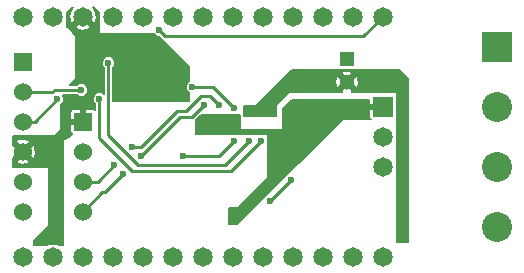
<source format=gbr>
G04 #@! TF.FileFunction,Copper,L2,Bot,Signal*
%FSLAX46Y46*%
G04 Gerber Fmt 4.6, Leading zero omitted, Abs format (unit mm)*
G04 Created by KiCad (PCBNEW 4.0.1-stable) date 8/1/2016 6:35:50 PM*
%MOMM*%
G01*
G04 APERTURE LIST*
%ADD10C,0.100000*%
%ADD11C,1.016000*%
%ADD12R,2.540000X2.540000*%
%ADD13C,2.540000*%
%ADD14R,1.524000X1.524000*%
%ADD15C,1.524000*%
%ADD16R,1.300000X1.300000*%
%ADD17C,1.300000*%
%ADD18C,1.651000*%
%ADD19R,1.651000X1.651000*%
%ADD20C,0.600000*%
%ADD21C,0.250000*%
%ADD22C,0.152400*%
G04 APERTURE END LIST*
D10*
D11*
X19812000Y5080000D03*
X22098000Y13716000D03*
D12*
X41529000Y19177000D03*
D13*
X41529000Y14097000D03*
X41529000Y9017000D03*
X41529000Y3937000D03*
D14*
X6477000Y12827000D03*
D15*
X6477000Y10287000D03*
X6477000Y7747000D03*
X6477000Y5207000D03*
D16*
X28829000Y18161000D03*
D17*
X28829000Y16161000D03*
D18*
X31877000Y21717000D03*
X29337000Y21717000D03*
X26797000Y21717000D03*
X24257000Y21717000D03*
X21717000Y21717000D03*
X19177000Y21717000D03*
X16637000Y21717000D03*
X14097000Y21717000D03*
X11557000Y21717000D03*
X9017000Y21717000D03*
X6477000Y21717000D03*
X3937000Y21717000D03*
X1397000Y21717000D03*
X1397000Y1397000D03*
X3937000Y1397000D03*
X6477000Y1397000D03*
X9017000Y1397000D03*
X11557000Y1397000D03*
X14097000Y1397000D03*
X16637000Y1397000D03*
X19177000Y1397000D03*
X21717000Y1397000D03*
X24257000Y1397000D03*
X26797000Y1397000D03*
X29337000Y1397000D03*
X31877000Y1397000D03*
D14*
X1397000Y17907000D03*
D15*
X1397000Y15367000D03*
X1397000Y12827000D03*
X1397000Y10287000D03*
X1397000Y7747000D03*
X1397000Y5207000D03*
D19*
X31877000Y14097000D03*
D18*
X31877000Y11557000D03*
X31877000Y9017000D03*
D11*
X20828000Y13716000D03*
D20*
X33528000Y3556000D03*
X12954000Y20574000D03*
X12700000Y18796000D03*
X14986000Y14986000D03*
X4064000Y5080000D03*
X9144000Y9144000D03*
X10668000Y10668000D03*
X18034000Y14224000D03*
X9906000Y8382000D03*
X11430000Y9906000D03*
X16764000Y14224000D03*
X22352000Y6096000D03*
X24130000Y7874000D03*
X15748000Y15748000D03*
X19304000Y13970000D03*
X6350000Y15494000D03*
X8636000Y17780000D03*
X20574000Y11176000D03*
X4318000Y14732000D03*
X7874000Y14732000D03*
X21590000Y11176000D03*
X14986000Y9906000D03*
X19304000Y11176000D03*
D21*
X30226000Y20066000D02*
X31877000Y21717000D01*
X13462000Y20066000D02*
X30226000Y20066000D01*
X12954000Y20574000D02*
X13462000Y20066000D01*
X7747000Y7747000D02*
X6477000Y7747000D01*
X9144000Y9144000D02*
X7747000Y7747000D01*
X11430000Y10668000D02*
X10668000Y10668000D01*
X14478000Y13716000D02*
X11430000Y10668000D01*
X15240000Y13716000D02*
X14478000Y13716000D01*
X16510000Y14986000D02*
X15240000Y13716000D01*
X17272000Y14986000D02*
X16510000Y14986000D01*
X18034000Y14224000D02*
X17272000Y14986000D01*
X8128000Y6858000D02*
X6477000Y5207000D01*
X8382000Y6858000D02*
X8128000Y6858000D01*
X9906000Y8382000D02*
X8382000Y6858000D01*
X14732000Y13208000D02*
X11430000Y9906000D01*
X15748000Y13208000D02*
X14732000Y13208000D01*
X16764000Y14224000D02*
X15748000Y13208000D01*
X24130000Y7874000D02*
X22352000Y6096000D01*
X17526000Y15748000D02*
X15748000Y15748000D01*
X19304000Y13970000D02*
X17526000Y15748000D01*
X4064000Y15494000D02*
X3937000Y15367000D01*
X4064000Y15494000D02*
X4572000Y15494000D01*
X4572000Y15494000D02*
X6350000Y15494000D01*
X3937000Y15367000D02*
X1397000Y15367000D01*
X8636000Y11684000D02*
X8636000Y17780000D01*
X11176000Y9144000D02*
X8636000Y11684000D01*
X18542000Y9144000D02*
X11176000Y9144000D01*
X20574000Y11176000D02*
X18542000Y9144000D01*
X4318000Y14732000D02*
X2413000Y12827000D01*
X2413000Y12827000D02*
X1397000Y12827000D01*
X7874000Y11430000D02*
X7874000Y14732000D01*
X10668000Y8636000D02*
X7874000Y11430000D01*
X19050000Y8636000D02*
X10668000Y8636000D01*
X21590000Y11176000D02*
X19050000Y8636000D01*
X17780000Y9906000D02*
X14986000Y9906000D01*
X18034000Y9906000D02*
X17780000Y9906000D01*
X19304000Y11176000D02*
X18034000Y9906000D01*
D22*
G36*
X33959800Y16478436D02*
X33959800Y2616200D01*
X33096200Y2616200D01*
X33096200Y15240000D01*
X33090197Y15269646D01*
X33073132Y15294621D01*
X33047695Y15310989D01*
X33020000Y15316200D01*
X29293633Y15316200D01*
X29339282Y15399271D01*
X28829000Y15909553D01*
X28318718Y15399271D01*
X28364367Y15316200D01*
X23876000Y15316200D01*
X23846354Y15310197D01*
X23822118Y15293882D01*
X22806118Y14277882D01*
X22789401Y14252673D01*
X22783800Y14224000D01*
X22783800Y13284200D01*
X20142200Y13284200D01*
X20142200Y14147800D01*
X21082000Y14147800D01*
X21111646Y14153803D01*
X21135882Y14170118D01*
X23183461Y16217697D01*
X27831207Y16217697D01*
X27885462Y15831542D01*
X27928856Y15726780D01*
X28067271Y15650718D01*
X28577553Y16161000D01*
X29080447Y16161000D01*
X29590729Y15650718D01*
X29729144Y15726780D01*
X29826793Y16104303D01*
X29772538Y16490458D01*
X29729144Y16595220D01*
X29590729Y16671282D01*
X29080447Y16161000D01*
X28577553Y16161000D01*
X28067271Y16671282D01*
X27928856Y16595220D01*
X27831207Y16217697D01*
X23183461Y16217697D01*
X23888493Y16922729D01*
X28318718Y16922729D01*
X28829000Y16412447D01*
X29339282Y16922729D01*
X29263220Y17061144D01*
X28885697Y17158793D01*
X28499542Y17104538D01*
X28394780Y17061144D01*
X28318718Y16922729D01*
X23888493Y16922729D01*
X24161564Y17195800D01*
X33242436Y17195800D01*
X33959800Y16478436D01*
X33959800Y16478436D01*
G37*
X33959800Y16478436D02*
X33959800Y2616200D01*
X33096200Y2616200D01*
X33096200Y15240000D01*
X33090197Y15269646D01*
X33073132Y15294621D01*
X33047695Y15310989D01*
X33020000Y15316200D01*
X29293633Y15316200D01*
X29339282Y15399271D01*
X28829000Y15909553D01*
X28318718Y15399271D01*
X28364367Y15316200D01*
X23876000Y15316200D01*
X23846354Y15310197D01*
X23822118Y15293882D01*
X22806118Y14277882D01*
X22789401Y14252673D01*
X22783800Y14224000D01*
X22783800Y13284200D01*
X20142200Y13284200D01*
X20142200Y14147800D01*
X21082000Y14147800D01*
X21111646Y14153803D01*
X21135882Y14170118D01*
X23183461Y16217697D01*
X27831207Y16217697D01*
X27885462Y15831542D01*
X27928856Y15726780D01*
X28067271Y15650718D01*
X28577553Y16161000D01*
X29080447Y16161000D01*
X29590729Y15650718D01*
X29729144Y15726780D01*
X29826793Y16104303D01*
X29772538Y16490458D01*
X29729144Y16595220D01*
X29590729Y16671282D01*
X29080447Y16161000D01*
X28577553Y16161000D01*
X28067271Y16671282D01*
X27928856Y16595220D01*
X27831207Y16217697D01*
X23183461Y16217697D01*
X23888493Y16922729D01*
X28318718Y16922729D01*
X28829000Y16412447D01*
X29339282Y16922729D01*
X29263220Y17061144D01*
X28885697Y17158793D01*
X28499542Y17104538D01*
X28394780Y17061144D01*
X28318718Y16922729D01*
X23888493Y16922729D01*
X24161564Y17195800D01*
X33242436Y17195800D01*
X33959800Y16478436D01*
G36*
X30721300Y14357350D02*
X30803850Y14274800D01*
X31699200Y14274800D01*
X31699200Y14294800D01*
X32054800Y14294800D01*
X32054800Y14274800D01*
X32074800Y14274800D01*
X32074800Y13919200D01*
X32054800Y13919200D01*
X32054800Y13899200D01*
X31699200Y13899200D01*
X31699200Y13919200D01*
X30803850Y13919200D01*
X30721300Y13836650D01*
X30721300Y13205819D01*
X30771570Y13084457D01*
X30825827Y13030200D01*
X28448000Y13030200D01*
X28418354Y13024197D01*
X28394118Y13007882D01*
X19526436Y4140200D01*
X18872200Y4140200D01*
X18872200Y5511800D01*
X19558000Y5511800D01*
X19587646Y5517803D01*
X19611882Y5534118D01*
X22151882Y8074118D01*
X22168599Y8099327D01*
X22174200Y8128000D01*
X22174200Y11684000D01*
X22168197Y11713646D01*
X22151132Y11738621D01*
X22125695Y11754989D01*
X22098000Y11760200D01*
X16078200Y11760200D01*
X16078200Y12966292D01*
X16497708Y13385800D01*
X19735800Y13385800D01*
X19735800Y12192000D01*
X19741803Y12162354D01*
X19758868Y12137379D01*
X19784305Y12121011D01*
X19812000Y12115800D01*
X23368000Y12115800D01*
X23397646Y12121803D01*
X23422621Y12138868D01*
X23438989Y12164305D01*
X23444200Y12192000D01*
X23444200Y13938436D01*
X24161564Y14655800D01*
X30721300Y14655800D01*
X30721300Y14357350D01*
X30721300Y14357350D01*
G37*
X30721300Y14357350D02*
X30803850Y14274800D01*
X31699200Y14274800D01*
X31699200Y14294800D01*
X32054800Y14294800D01*
X32054800Y14274800D01*
X32074800Y14274800D01*
X32074800Y13919200D01*
X32054800Y13919200D01*
X32054800Y13899200D01*
X31699200Y13899200D01*
X31699200Y13919200D01*
X30803850Y13919200D01*
X30721300Y13836650D01*
X30721300Y13205819D01*
X30771570Y13084457D01*
X30825827Y13030200D01*
X28448000Y13030200D01*
X28418354Y13024197D01*
X28394118Y13007882D01*
X19526436Y4140200D01*
X18872200Y4140200D01*
X18872200Y5511800D01*
X19558000Y5511800D01*
X19587646Y5517803D01*
X19611882Y5534118D01*
X22151882Y8074118D01*
X22168599Y8099327D01*
X22174200Y8128000D01*
X22174200Y11684000D01*
X22168197Y11713646D01*
X22151132Y11738621D01*
X22125695Y11754989D01*
X22098000Y11760200D01*
X16078200Y11760200D01*
X16078200Y12966292D01*
X16497708Y13385800D01*
X19735800Y13385800D01*
X19735800Y12192000D01*
X19741803Y12162354D01*
X19758868Y12137379D01*
X19784305Y12121011D01*
X19812000Y12115800D01*
X23368000Y12115800D01*
X23397646Y12121803D01*
X23422621Y12138868D01*
X23438989Y12164305D01*
X23444200Y12192000D01*
X23444200Y13938436D01*
X24161564Y14655800D01*
X30721300Y14655800D01*
X30721300Y14357350D01*
G36*
X5519117Y22423433D02*
X5586701Y22355849D01*
X5430107Y22257839D01*
X5302827Y21816042D01*
X5354304Y21359166D01*
X5430107Y21176161D01*
X5586702Y21078150D01*
X6225553Y21717000D01*
X6211410Y21731142D01*
X6462858Y21982590D01*
X6477000Y21968447D01*
X6491142Y21982590D01*
X6742590Y21731142D01*
X6728447Y21717000D01*
X7367298Y21078150D01*
X7523893Y21176161D01*
X7651173Y21617958D01*
X7599696Y22074834D01*
X7523893Y22257839D01*
X7367299Y22355849D01*
X7434883Y22423433D01*
X7328516Y22529800D01*
X7334436Y22529800D01*
X7797800Y22066436D01*
X7797800Y20320000D01*
X7803803Y20290354D01*
X7820868Y20265379D01*
X7846305Y20249011D01*
X7874000Y20243800D01*
X12464943Y20243800D01*
X12625368Y20083095D01*
X12838245Y19994701D01*
X12917604Y19994632D01*
X15417800Y17494436D01*
X15417800Y16237057D01*
X15257095Y16076632D01*
X15168701Y15863755D01*
X15168500Y15633256D01*
X15256522Y15420225D01*
X15417800Y15258666D01*
X15417800Y14554200D01*
X9040400Y14554200D01*
X9040400Y17365014D01*
X9126905Y17451368D01*
X9215299Y17664245D01*
X9215500Y17894744D01*
X9127478Y18107775D01*
X8964632Y18270905D01*
X8751755Y18359299D01*
X8521256Y18359500D01*
X8308225Y18271478D01*
X8145095Y18108632D01*
X8056701Y17895755D01*
X8056500Y17665256D01*
X8144522Y17452225D01*
X8231600Y17364995D01*
X8231600Y15193886D01*
X8202632Y15222905D01*
X7989755Y15311299D01*
X7759256Y15311500D01*
X7546225Y15223478D01*
X7383095Y15060632D01*
X7294701Y14847755D01*
X7294500Y14617256D01*
X7382522Y14404225D01*
X7469600Y14316995D01*
X7469600Y13825373D01*
X7426043Y13868930D01*
X7304681Y13919200D01*
X6737350Y13919200D01*
X6654800Y13836650D01*
X6654800Y13004800D01*
X6674800Y13004800D01*
X6674800Y12878564D01*
X6425436Y12629200D01*
X6299200Y12629200D01*
X6299200Y12649200D01*
X5467350Y12649200D01*
X5384800Y12566650D01*
X5384800Y11999319D01*
X5435070Y11877957D01*
X5527957Y11785070D01*
X5565680Y11769444D01*
X5288860Y11492624D01*
X4791922Y11244155D01*
X4768091Y11225528D01*
X4753384Y11199096D01*
X4749800Y11176000D01*
X4749800Y2362200D01*
X4493714Y2362200D01*
X4157742Y2501708D01*
X3718186Y2502091D01*
X3379623Y2362200D01*
X2362200Y2362200D01*
X2362200Y2762436D01*
X3609882Y4010118D01*
X3626599Y4035327D01*
X3632200Y4064000D01*
X3632200Y8890000D01*
X3626197Y8919646D01*
X3609132Y8944621D01*
X3583695Y8960989D01*
X3556000Y8966200D01*
X584200Y8966200D01*
X584200Y9443138D01*
X804585Y9443138D01*
X894684Y9293130D01*
X1313258Y9176556D01*
X1744581Y9229037D01*
X1899316Y9293130D01*
X1989415Y9443138D01*
X1397000Y10035553D01*
X804585Y9443138D01*
X584200Y9443138D01*
X584200Y9725647D01*
X1145553Y10287000D01*
X1648447Y10287000D01*
X2240862Y9694585D01*
X2390870Y9784684D01*
X2507444Y10203258D01*
X2454963Y10634581D01*
X2390870Y10789316D01*
X2240862Y10879415D01*
X1648447Y10287000D01*
X1145553Y10287000D01*
X584200Y10848353D01*
X584200Y11130862D01*
X804585Y11130862D01*
X1397000Y10538447D01*
X1989415Y11130862D01*
X1899316Y11280870D01*
X1480742Y11397444D01*
X1049419Y11344963D01*
X894684Y11280870D01*
X804585Y11130862D01*
X584200Y11130862D01*
X584200Y11607800D01*
X4064000Y11607800D01*
X4093646Y11613803D01*
X4117882Y11630118D01*
X4625882Y12138118D01*
X4642599Y12163327D01*
X4648200Y12192000D01*
X4648200Y13654681D01*
X5384800Y13654681D01*
X5384800Y13087350D01*
X5467350Y13004800D01*
X6299200Y13004800D01*
X6299200Y13836650D01*
X6216650Y13919200D01*
X5649319Y13919200D01*
X5527957Y13868930D01*
X5435070Y13776043D01*
X5384800Y13654681D01*
X4648200Y13654681D01*
X4648200Y14242943D01*
X4808905Y14403368D01*
X4897299Y14616245D01*
X4897500Y14846744D01*
X4809478Y15059775D01*
X4779705Y15089600D01*
X5935014Y15089600D01*
X6021368Y15003095D01*
X6234245Y14914701D01*
X6464744Y14914500D01*
X6677775Y15002522D01*
X6840905Y15165368D01*
X6929299Y15378245D01*
X6929500Y15608744D01*
X6841478Y15821775D01*
X6678632Y15984905D01*
X6465755Y16073299D01*
X6235256Y16073500D01*
X6022225Y15985478D01*
X5934995Y15898400D01*
X5338164Y15898400D01*
X5895882Y16456118D01*
X5912599Y16481327D01*
X5918200Y16510000D01*
X5918200Y20066000D01*
X5912197Y20095646D01*
X5895882Y20119882D01*
X5189062Y20826702D01*
X5838150Y20826702D01*
X5936161Y20670107D01*
X6377958Y20542827D01*
X6834834Y20594304D01*
X7017839Y20670107D01*
X7115850Y20826702D01*
X6477000Y21465553D01*
X5838150Y20826702D01*
X5189062Y20826702D01*
X5156200Y20859564D01*
X5156200Y22066436D01*
X5619564Y22529800D01*
X5625484Y22529800D01*
X5519117Y22423433D01*
X5519117Y22423433D01*
G37*
X5519117Y22423433D02*
X5586701Y22355849D01*
X5430107Y22257839D01*
X5302827Y21816042D01*
X5354304Y21359166D01*
X5430107Y21176161D01*
X5586702Y21078150D01*
X6225553Y21717000D01*
X6211410Y21731142D01*
X6462858Y21982590D01*
X6477000Y21968447D01*
X6491142Y21982590D01*
X6742590Y21731142D01*
X6728447Y21717000D01*
X7367298Y21078150D01*
X7523893Y21176161D01*
X7651173Y21617958D01*
X7599696Y22074834D01*
X7523893Y22257839D01*
X7367299Y22355849D01*
X7434883Y22423433D01*
X7328516Y22529800D01*
X7334436Y22529800D01*
X7797800Y22066436D01*
X7797800Y20320000D01*
X7803803Y20290354D01*
X7820868Y20265379D01*
X7846305Y20249011D01*
X7874000Y20243800D01*
X12464943Y20243800D01*
X12625368Y20083095D01*
X12838245Y19994701D01*
X12917604Y19994632D01*
X15417800Y17494436D01*
X15417800Y16237057D01*
X15257095Y16076632D01*
X15168701Y15863755D01*
X15168500Y15633256D01*
X15256522Y15420225D01*
X15417800Y15258666D01*
X15417800Y14554200D01*
X9040400Y14554200D01*
X9040400Y17365014D01*
X9126905Y17451368D01*
X9215299Y17664245D01*
X9215500Y17894744D01*
X9127478Y18107775D01*
X8964632Y18270905D01*
X8751755Y18359299D01*
X8521256Y18359500D01*
X8308225Y18271478D01*
X8145095Y18108632D01*
X8056701Y17895755D01*
X8056500Y17665256D01*
X8144522Y17452225D01*
X8231600Y17364995D01*
X8231600Y15193886D01*
X8202632Y15222905D01*
X7989755Y15311299D01*
X7759256Y15311500D01*
X7546225Y15223478D01*
X7383095Y15060632D01*
X7294701Y14847755D01*
X7294500Y14617256D01*
X7382522Y14404225D01*
X7469600Y14316995D01*
X7469600Y13825373D01*
X7426043Y13868930D01*
X7304681Y13919200D01*
X6737350Y13919200D01*
X6654800Y13836650D01*
X6654800Y13004800D01*
X6674800Y13004800D01*
X6674800Y12878564D01*
X6425436Y12629200D01*
X6299200Y12629200D01*
X6299200Y12649200D01*
X5467350Y12649200D01*
X5384800Y12566650D01*
X5384800Y11999319D01*
X5435070Y11877957D01*
X5527957Y11785070D01*
X5565680Y11769444D01*
X5288860Y11492624D01*
X4791922Y11244155D01*
X4768091Y11225528D01*
X4753384Y11199096D01*
X4749800Y11176000D01*
X4749800Y2362200D01*
X4493714Y2362200D01*
X4157742Y2501708D01*
X3718186Y2502091D01*
X3379623Y2362200D01*
X2362200Y2362200D01*
X2362200Y2762436D01*
X3609882Y4010118D01*
X3626599Y4035327D01*
X3632200Y4064000D01*
X3632200Y8890000D01*
X3626197Y8919646D01*
X3609132Y8944621D01*
X3583695Y8960989D01*
X3556000Y8966200D01*
X584200Y8966200D01*
X584200Y9443138D01*
X804585Y9443138D01*
X894684Y9293130D01*
X1313258Y9176556D01*
X1744581Y9229037D01*
X1899316Y9293130D01*
X1989415Y9443138D01*
X1397000Y10035553D01*
X804585Y9443138D01*
X584200Y9443138D01*
X584200Y9725647D01*
X1145553Y10287000D01*
X1648447Y10287000D01*
X2240862Y9694585D01*
X2390870Y9784684D01*
X2507444Y10203258D01*
X2454963Y10634581D01*
X2390870Y10789316D01*
X2240862Y10879415D01*
X1648447Y10287000D01*
X1145553Y10287000D01*
X584200Y10848353D01*
X584200Y11130862D01*
X804585Y11130862D01*
X1397000Y10538447D01*
X1989415Y11130862D01*
X1899316Y11280870D01*
X1480742Y11397444D01*
X1049419Y11344963D01*
X894684Y11280870D01*
X804585Y11130862D01*
X584200Y11130862D01*
X584200Y11607800D01*
X4064000Y11607800D01*
X4093646Y11613803D01*
X4117882Y11630118D01*
X4625882Y12138118D01*
X4642599Y12163327D01*
X4648200Y12192000D01*
X4648200Y13654681D01*
X5384800Y13654681D01*
X5384800Y13087350D01*
X5467350Y13004800D01*
X6299200Y13004800D01*
X6299200Y13836650D01*
X6216650Y13919200D01*
X5649319Y13919200D01*
X5527957Y13868930D01*
X5435070Y13776043D01*
X5384800Y13654681D01*
X4648200Y13654681D01*
X4648200Y14242943D01*
X4808905Y14403368D01*
X4897299Y14616245D01*
X4897500Y14846744D01*
X4809478Y15059775D01*
X4779705Y15089600D01*
X5935014Y15089600D01*
X6021368Y15003095D01*
X6234245Y14914701D01*
X6464744Y14914500D01*
X6677775Y15002522D01*
X6840905Y15165368D01*
X6929299Y15378245D01*
X6929500Y15608744D01*
X6841478Y15821775D01*
X6678632Y15984905D01*
X6465755Y16073299D01*
X6235256Y16073500D01*
X6022225Y15985478D01*
X5934995Y15898400D01*
X5338164Y15898400D01*
X5895882Y16456118D01*
X5912599Y16481327D01*
X5918200Y16510000D01*
X5918200Y20066000D01*
X5912197Y20095646D01*
X5895882Y20119882D01*
X5189062Y20826702D01*
X5838150Y20826702D01*
X5936161Y20670107D01*
X6377958Y20542827D01*
X6834834Y20594304D01*
X7017839Y20670107D01*
X7115850Y20826702D01*
X6477000Y21465553D01*
X5838150Y20826702D01*
X5189062Y20826702D01*
X5156200Y20859564D01*
X5156200Y22066436D01*
X5619564Y22529800D01*
X5625484Y22529800D01*
X5519117Y22423433D01*
M02*

</source>
